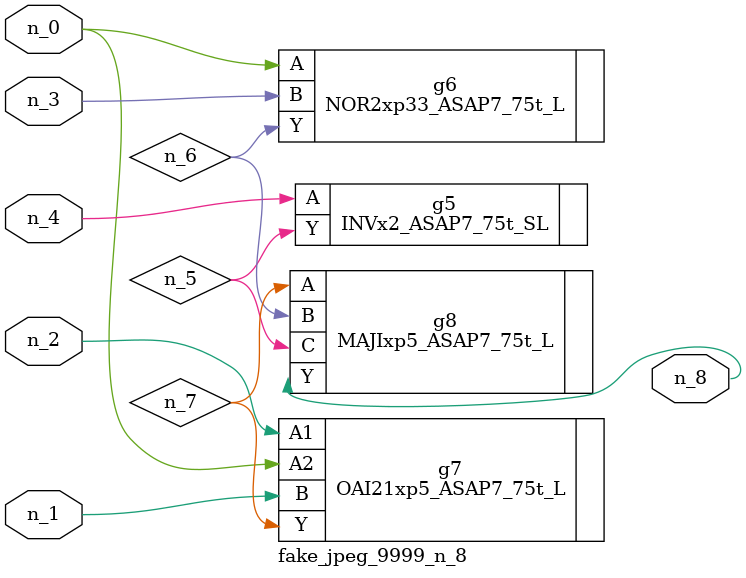
<source format=v>
module fake_jpeg_9999_n_8 (n_3, n_2, n_1, n_0, n_4, n_8);

input n_3;
input n_2;
input n_1;
input n_0;
input n_4;

output n_8;

wire n_6;
wire n_5;
wire n_7;

INVx2_ASAP7_75t_SL g5 ( 
.A(n_4),
.Y(n_5)
);

NOR2xp33_ASAP7_75t_L g6 ( 
.A(n_0),
.B(n_3),
.Y(n_6)
);

OAI21xp5_ASAP7_75t_L g7 ( 
.A1(n_2),
.A2(n_0),
.B(n_1),
.Y(n_7)
);

MAJIxp5_ASAP7_75t_L g8 ( 
.A(n_7),
.B(n_6),
.C(n_5),
.Y(n_8)
);


endmodule
</source>
